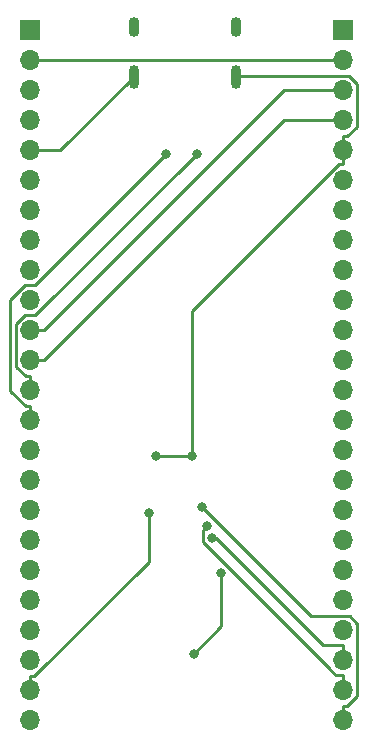
<source format=gbl>
G04 #@! TF.GenerationSoftware,KiCad,Pcbnew,5.1.8+dfsg1-1~bpo10+1*
G04 #@! TF.CreationDate,2020-12-07T14:22:28+08:00*
G04 #@! TF.ProjectId,stm32-io-extend,73746d33-322d-4696-9f2d-657874656e64,rev?*
G04 #@! TF.SameCoordinates,PX7d21b10PY76ffde0*
G04 #@! TF.FileFunction,Copper,L2,Bot*
G04 #@! TF.FilePolarity,Positive*
%FSLAX46Y46*%
G04 Gerber Fmt 4.6, Leading zero omitted, Abs format (unit mm)*
G04 Created by KiCad (PCBNEW 5.1.8+dfsg1-1~bpo10+1) date 2020-12-07 14:22:28*
%MOMM*%
%LPD*%
G01*
G04 APERTURE LIST*
G04 #@! TA.AperFunction,ComponentPad*
%ADD10O,1.700000X1.700000*%
G04 #@! TD*
G04 #@! TA.AperFunction,ComponentPad*
%ADD11R,1.700000X1.700000*%
G04 #@! TD*
G04 #@! TA.AperFunction,ComponentPad*
%ADD12O,0.900000X1.700000*%
G04 #@! TD*
G04 #@! TA.AperFunction,ComponentPad*
%ADD13O,0.900000X2.000000*%
G04 #@! TD*
G04 #@! TA.AperFunction,ViaPad*
%ADD14C,0.800000*%
G04 #@! TD*
G04 #@! TA.AperFunction,Conductor*
%ADD15C,0.250000*%
G04 #@! TD*
G04 APERTURE END LIST*
D10*
G04 #@! TO.P,J3,24*
G04 #@! TO.N,/PC13*
X28700000Y2280000D03*
G04 #@! TO.P,J3,23*
G04 #@! TO.N,/PC14*
X28700000Y4820000D03*
G04 #@! TO.P,J3,22*
G04 #@! TO.N,/PC15*
X28700000Y7360000D03*
G04 #@! TO.P,J3,21*
G04 #@! TO.N,/OSC_IN*
X28700000Y9900000D03*
G04 #@! TO.P,J3,20*
G04 #@! TO.N,/OSC_OUT*
X28700000Y12440000D03*
G04 #@! TO.P,J3,19*
G04 #@! TO.N,/PA0*
X28700000Y14980000D03*
G04 #@! TO.P,J3,18*
G04 #@! TO.N,/PA1*
X28700000Y17520000D03*
G04 #@! TO.P,J3,17*
G04 #@! TO.N,/PA2*
X28700000Y20060000D03*
G04 #@! TO.P,J3,16*
G04 #@! TO.N,/PA3*
X28700000Y22600000D03*
G04 #@! TO.P,J3,15*
G04 #@! TO.N,/PA4*
X28700000Y25140000D03*
G04 #@! TO.P,J3,14*
G04 #@! TO.N,/PA5*
X28700000Y27680000D03*
G04 #@! TO.P,J3,13*
G04 #@! TO.N,/PA6*
X28700000Y30220000D03*
G04 #@! TO.P,J3,12*
G04 #@! TO.N,/PA7*
X28700000Y32760000D03*
G04 #@! TO.P,J3,11*
G04 #@! TO.N,/PB0*
X28700000Y35300000D03*
G04 #@! TO.P,J3,10*
G04 #@! TO.N,/PB1*
X28700000Y37840000D03*
G04 #@! TO.P,J3,9*
G04 #@! TO.N,/PB2*
X28700000Y40380000D03*
G04 #@! TO.P,J3,8*
G04 #@! TO.N,/PB10*
X28700000Y42920000D03*
G04 #@! TO.P,J3,7*
G04 #@! TO.N,/PB11*
X28700000Y45460000D03*
G04 #@! TO.P,J3,6*
G04 #@! TO.N,VCC*
X28700000Y48000000D03*
G04 #@! TO.P,J3,5*
G04 #@! TO.N,GND*
X28700000Y50540000D03*
G04 #@! TO.P,J3,4*
G04 #@! TO.N,/PA10*
X28700000Y53080000D03*
G04 #@! TO.P,J3,3*
G04 #@! TO.N,/PA9*
X28700000Y55620000D03*
G04 #@! TO.P,J3,2*
G04 #@! TO.N,VCC*
X28700000Y58160000D03*
D11*
G04 #@! TO.P,J3,1*
G04 #@! TO.N,/BOOT1_UP*
X28700000Y60700000D03*
G04 #@! TD*
D10*
G04 #@! TO.P,J2,24*
G04 #@! TO.N,/PB9*
X2200000Y2280000D03*
G04 #@! TO.P,J2,23*
G04 #@! TO.N,/PB8*
X2200000Y4820000D03*
G04 #@! TO.P,J2,22*
G04 #@! TO.N,/PB7*
X2200000Y7360000D03*
G04 #@! TO.P,J2,21*
G04 #@! TO.N,/PB6*
X2200000Y9900000D03*
G04 #@! TO.P,J2,20*
G04 #@! TO.N,/PB5*
X2200000Y12440000D03*
G04 #@! TO.P,J2,19*
G04 #@! TO.N,/PB4*
X2200000Y14980000D03*
G04 #@! TO.P,J2,18*
G04 #@! TO.N,/PB3*
X2200000Y17520000D03*
G04 #@! TO.P,J2,17*
G04 #@! TO.N,/PA15*
X2200000Y20060000D03*
G04 #@! TO.P,J2,16*
G04 #@! TO.N,/PA14*
X2200000Y22600000D03*
G04 #@! TO.P,J2,15*
G04 #@! TO.N,/PA13*
X2200000Y25140000D03*
G04 #@! TO.P,J2,14*
G04 #@! TO.N,/PA12*
X2200000Y27680000D03*
G04 #@! TO.P,J2,13*
G04 #@! TO.N,/PA11*
X2200000Y30220000D03*
G04 #@! TO.P,J2,12*
G04 #@! TO.N,/PA10*
X2200000Y32760000D03*
G04 #@! TO.P,J2,11*
G04 #@! TO.N,/PA9*
X2200000Y35300000D03*
G04 #@! TO.P,J2,10*
G04 #@! TO.N,/PA8*
X2200000Y37840000D03*
G04 #@! TO.P,J2,9*
G04 #@! TO.N,/PB15*
X2200000Y40380000D03*
G04 #@! TO.P,J2,8*
G04 #@! TO.N,/PB14*
X2200000Y42920000D03*
G04 #@! TO.P,J2,7*
G04 #@! TO.N,/PB13*
X2200000Y45460000D03*
G04 #@! TO.P,J2,6*
G04 #@! TO.N,/PB12*
X2200000Y48000000D03*
G04 #@! TO.P,J2,5*
G04 #@! TO.N,GND*
X2200000Y50540000D03*
G04 #@! TO.P,J2,4*
G04 #@! TO.N,/PA13*
X2200000Y53080000D03*
G04 #@! TO.P,J2,3*
G04 #@! TO.N,/PA14*
X2200000Y55620000D03*
G04 #@! TO.P,J2,2*
G04 #@! TO.N,VCC*
X2200000Y58160000D03*
D11*
G04 #@! TO.P,J2,1*
G04 #@! TO.N,/BOOT0_UP*
X2200000Y60700000D03*
G04 #@! TD*
D12*
G04 #@! TO.P,J1,S1*
G04 #@! TO.N,GND*
X10980000Y60940000D03*
X19620000Y60940000D03*
D13*
X10980000Y56770000D03*
X19620000Y56770000D03*
G04 #@! TD*
D14*
G04 #@! TO.N,GND*
X15884500Y24600900D03*
X12890000Y24600900D03*
G04 #@! TO.N,/NRST*
X18406800Y14714400D03*
X16043900Y7889900D03*
G04 #@! TO.N,/PB8*
X12265500Y19792900D03*
G04 #@! TO.N,/PA12*
X13690000Y50225300D03*
G04 #@! TO.N,/PA11*
X16300000Y50225300D03*
G04 #@! TO.N,/PC13*
X16749200Y20312900D03*
G04 #@! TO.N,/PC14*
X17213700Y18680300D03*
G04 #@! TO.N,/PC15*
X17566600Y17677600D03*
G04 #@! TD*
D15*
G04 #@! TO.N,GND*
X28700000Y49364700D02*
X28332700Y49364700D01*
X28332700Y49364700D02*
X15884500Y36916500D01*
X15884500Y36916500D02*
X15884500Y24600900D01*
X28700000Y50540000D02*
X28700000Y51715300D01*
X19620000Y56770000D02*
X19680000Y56830000D01*
X19680000Y56830000D02*
X29215900Y56830000D01*
X29215900Y56830000D02*
X29875300Y56170600D01*
X29875300Y56170600D02*
X29875300Y52523200D01*
X29875300Y52523200D02*
X29067400Y51715300D01*
X29067400Y51715300D02*
X28700000Y51715300D01*
X28700000Y50540000D02*
X28700000Y49364700D01*
X2200000Y50540000D02*
X4750000Y50540000D01*
X4750000Y50540000D02*
X10980000Y56770000D01*
X12890000Y24600900D02*
X15884500Y24600900D01*
G04 #@! TO.N,VCC*
X2200000Y58160000D02*
X28700000Y58160000D01*
G04 #@! TO.N,/NRST*
X16043900Y7889900D02*
X18406800Y10252800D01*
X18406800Y10252800D02*
X18406800Y14714400D01*
G04 #@! TO.N,/PB8*
X2200000Y5995300D02*
X2567300Y5995300D01*
X2567300Y5995300D02*
X12265500Y15693500D01*
X12265500Y15693500D02*
X12265500Y19792900D01*
X2200000Y4820000D02*
X2200000Y5995300D01*
G04 #@! TO.N,/PA12*
X2200000Y27680000D02*
X2200000Y28855300D01*
X2200000Y28855300D02*
X1832700Y28855300D01*
X1832700Y28855300D02*
X520700Y30167300D01*
X520700Y30167300D02*
X520700Y37829000D01*
X520700Y37829000D02*
X1801700Y39110000D01*
X1801700Y39110000D02*
X2592700Y39110000D01*
X13690000Y50207300D02*
X13690000Y50225300D01*
X2592700Y39110000D02*
X13690000Y50207300D01*
G04 #@! TO.N,/PA11*
X2200000Y30220000D02*
X2200000Y31395300D01*
X2200000Y31395300D02*
X1832700Y31395300D01*
X1832700Y31395300D02*
X1022300Y32205700D01*
X1022300Y32205700D02*
X1022300Y35802600D01*
X1022300Y35802600D02*
X1789700Y36570000D01*
X1789700Y36570000D02*
X2644700Y36570000D01*
X2644700Y36570000D02*
X16300000Y50225300D01*
G04 #@! TO.N,/PA10*
X27524700Y53080000D02*
X23695300Y53080000D01*
X23695300Y53080000D02*
X3375300Y32760000D01*
X2200000Y32760000D02*
X3375300Y32760000D01*
X28700000Y53080000D02*
X27524700Y53080000D01*
G04 #@! TO.N,/PA9*
X28700000Y55620000D02*
X27524700Y55620000D01*
X27524700Y55620000D02*
X23695300Y55620000D01*
X23695300Y55620000D02*
X3375300Y35300000D01*
X2200000Y35300000D02*
X3375300Y35300000D01*
G04 #@! TO.N,/PC13*
X29067300Y3455300D02*
X28700000Y3455300D01*
X29914000Y4302000D02*
X29067300Y3455300D01*
X28700000Y3455300D02*
X28700000Y2280000D01*
X25987099Y11075001D02*
X29264001Y11075001D01*
X29914000Y10425002D02*
X29914000Y5846000D01*
X29264001Y11075001D02*
X29914000Y10425002D01*
X16749200Y20312900D02*
X25987099Y11075001D01*
X29914000Y7814400D02*
X29914000Y5846000D01*
X29914000Y5846000D02*
X29914000Y4302000D01*
G04 #@! TO.N,/PC14*
X16818800Y18285400D02*
X17213700Y18680300D01*
X16813701Y17380501D02*
X16813701Y18280301D01*
X16813701Y17380501D02*
X27620000Y6574202D01*
X27620000Y6574202D02*
X27620000Y6560000D01*
X27620000Y6560000D02*
X28080000Y6100000D01*
X28080000Y6100000D02*
X28670000Y6100000D01*
X28670000Y4850000D02*
X28700000Y4820000D01*
X28670000Y6100000D02*
X28670000Y4850000D01*
G04 #@! TO.N,/PC15*
X17972400Y17677600D02*
X17566600Y17677600D01*
X27040000Y8610000D02*
X17972400Y17677600D01*
X28700000Y8610000D02*
X27040000Y8610000D01*
X28700000Y7360000D02*
X28700000Y8610000D01*
G04 #@! TD*
M02*

</source>
